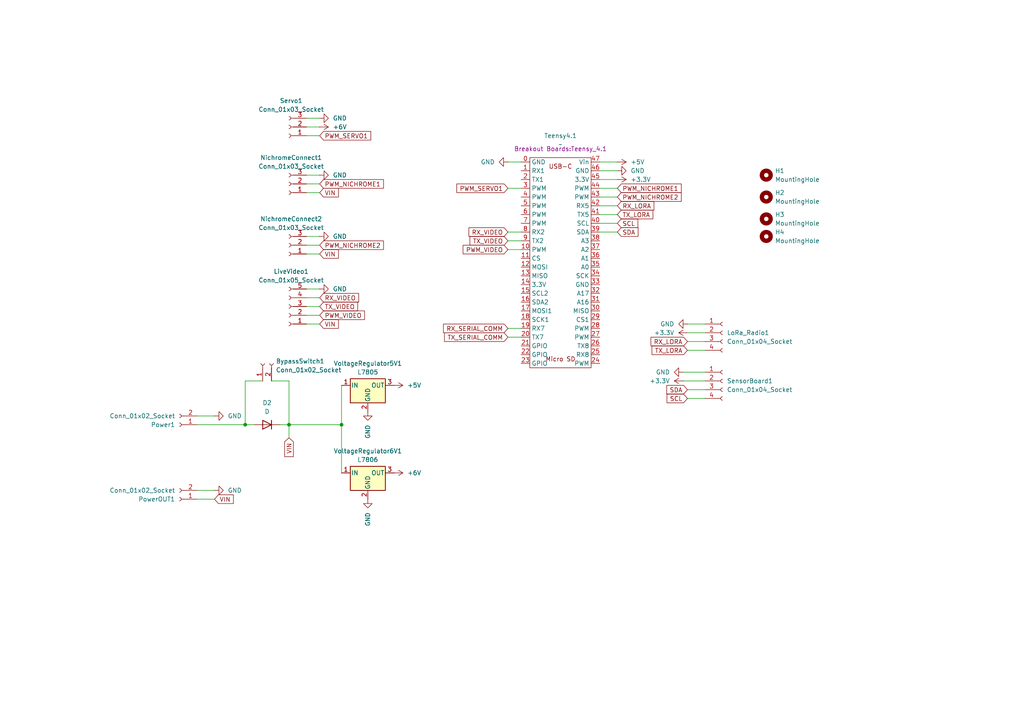
<source format=kicad_sch>
(kicad_sch (version 20250114) (generator "eeschema") (generator_version "9.0")
  (paper "A4")
  (lib_symbols
    (symbol "Breakout Boards:Teensy_4.1"
      (property "Reference" "Teensy4.1" (at 0 0 90))
      (property "Footprint" "Breakout Boards:Teensy_4.1" (at 0 0 0))
      (symbol "Teensy_4.1_0_1"
        (rectangle (start -8.89 30.48) (end 8.89 -30.48))
      )
      (symbol "Teensy_4.1_1_1"
        (text "USB-C" (at 0 27.94 0) (effects (font (size 1.27 1.27))))
        (text "Micro SD" (at 0 -27.94 0) (effects (font (size 1.27 1.27))))
        (pin input line (at -11.43 29.21 0) (length 2.54) (name "GND") (number "0"))
        (pin input line (at -11.43 26.67 0) (length 2.54) (name "RX1") (number "1"))
        (pin input line (at -11.43 24.13 0) (length 2.54) (name "TX1") (number "2"))
        (pin input line (at -11.43 21.59 0) (length 2.54) (name "PWM") (number "3"))
        (pin input line (at -11.43 19.05 0) (length 2.54) (name "PWM") (number "4"))
        (pin input line (at -11.43 16.51 0) (length 2.54) (name "PWM") (number "5"))
        (pin input line (at -11.43 13.97 0) (length 2.54) (name "PWM") (number "6"))
        (pin input line (at -11.43 11.43 0) (length 2.54) (name "PWM") (number "7"))
        (pin input line (at -11.43 8.89 0) (length 2.54) (name "RX2") (number "8"))
        (pin input line (at -11.43 6.35 0) (length 2.54) (name "TX2") (number "9"))
        (pin input line (at -11.43 3.81 0) (length 2.54) (name "PWM") (number "10"))
        (pin input line (at -11.43 1.27 0) (length 2.54) (name "CS") (number "11"))
        (pin input line (at -11.43 -1.27 0) (length 2.54) (name "MOSI") (number "12"))
        (pin input line (at -11.43 -3.81 0) (length 2.54) (name "MISO") (number "13"))
        (pin input line (at -11.43 -6.35 0) (length 2.54) (name "3.3V") (number "14"))
        (pin input line (at -11.43 -8.89 0) (length 2.54) (name "SCL2") (number "15"))
        (pin input line (at -11.43 -11.43 0) (length 2.54) (name "SDA2") (number "16"))
        (pin input line (at -11.43 -13.97 0) (length 2.54) (name "MOSI1") (number "17"))
        (pin input line (at -11.43 -16.51 0) (length 2.54) (name "SCK1") (number "18"))
        (pin input line (at -11.43 -19.05 0) (length 2.54) (name "RX7") (number "19"))
        (pin input line (at -11.43 -21.59 0) (length 2.54) (name "TX7") (number "20"))
        (pin input line (at -11.43 -24.13 0) (length 2.54) (name "GPIO") (number "21"))
        (pin input line (at -11.43 -26.67 0) (length 2.54) (name "GPIO") (number "22"))
        (pin input line (at -11.43 -29.21 0) (length 2.54) (name "GPIO") (number "23"))
        (pin input line (at 11.43 29.21 180) (length 2.54) (name "Vin") (number "47"))
        (pin input line (at 11.43 26.67 180) (length 2.54) (name "GND") (number "46"))
        (pin input line (at 11.43 24.13 180) (length 2.54) (name "3.3V") (number "45"))
        (pin input line (at 11.43 21.59 180) (length 2.54) (name "PWM") (number "44"))
        (pin input line (at 11.43 19.05 180) (length 2.54) (name "PWM") (number "43"))
        (pin input line (at 11.43 16.51 180) (length 2.54) (name "RX5") (number "42"))
        (pin input line (at 11.43 13.97 180) (length 2.54) (name "TX5") (number "41"))
        (pin input line (at 11.43 11.43 180) (length 2.54) (name "SCL") (number "40"))
        (pin input line (at 11.43 8.89 180) (length 2.54) (name "SDA") (number "39"))
        (pin input line (at 11.43 6.35 180) (length 2.54) (name "A3") (number "38"))
        (pin input line (at 11.43 3.81 180) (length 2.54) (name "A2") (number "37"))
        (pin input line (at 11.43 1.27 180) (length 2.54) (name "A1") (number "36"))
        (pin input line (at 11.43 -1.27 180) (length 2.54) (name "A0") (number "35"))
        (pin input line (at 11.43 -3.81 180) (length 2.54) (name "SCK") (number "34"))
        (pin input line (at 11.43 -6.35 180) (length 2.54) (name "GND") (number "33"))
        (pin input line (at 11.43 -8.89 180) (length 2.54) (name "A17") (number "32"))
        (pin input line (at 11.43 -11.43 180) (length 2.54) (name "A16") (number "31"))
        (pin input line (at 11.43 -13.97 180) (length 2.54) (name "MISO") (number "30"))
        (pin input line (at 11.43 -16.51 180) (length 2.54) (name "CS1") (number "29"))
        (pin input line (at 11.43 -19.05 180) (length 2.54) (name "PWM") (number "28"))
        (pin input line (at 11.43 -21.59 180) (length 2.54) (name "PWM") (number "27"))
        (pin input line (at 11.43 -24.13 180) (length 2.54) (name "TX8") (number "26"))
        (pin input line (at 11.43 -26.67 180) (length 2.54) (name "RX8") (number "25"))
        (pin input line (at 11.43 -29.21 180) (length 2.54) (name "PWM") (number "24"))
      )
    )
    (symbol "Connector:Conn_01x02_Socket" (pin_names (offset 1.016) (hide yes))
      (property "Reference" "J" (at 0 2.54 0))
      (property "Value" "Conn_01x02_Socket" (at 0 -5.08 0))
      (symbol "Conn_01x02_Socket_1_1"
        (polyline (pts (xy -1.27 0) (xy -0.508 0)) (stroke (width 0.1524)))
        (polyline (pts (xy -1.27 -2.54) (xy -0.508 -2.54)) (stroke (width 0.1524)))
        (arc (start 0 -0.508) (mid -0.5058 0) (end 0 0.508) (stroke (width 0.1524)))
        (arc (start 0 -3.048) (mid -0.5058 -2.54) (end 0 -2.032) (stroke (width 0.1524)))
        (pin passive line (at -5.08 0 0) (length 3.81) (name "Pin_1") (number "1"))
        (pin passive line (at -5.08 -2.54 0) (length 3.81) (name "Pin_2") (number "2"))
      )
    )
    (symbol "Connector:Conn_01x03_Socket" (pin_names (offset 1.016) (hide yes))
      (property "Reference" "J" (at 0 5.08 0))
      (property "Value" "Conn_01x03_Socket" (at 0 -5.08 0))
      (symbol "Conn_01x03_Socket_1_1"
        (polyline (pts (xy -1.27 2.54) (xy -0.508 2.54)) (stroke (width 0.1524)))
        (polyline (pts (xy -1.27 0) (xy -0.508 0)) (stroke (width 0.1524)))
        (polyline (pts (xy -1.27 -2.54) (xy -0.508 -2.54)) (stroke (width 0.1524)))
        (arc (start 0 2.032) (mid -0.5058 2.54) (end 0 3.048) (stroke (width 0.1524)))
        (arc (start 0 -0.508) (mid -0.5058 0) (end 0 0.508) (stroke (width 0.1524)))
        (arc (start 0 -3.048) (mid -0.5058 -2.54) (end 0 -2.032) (stroke (width 0.1524)))
        (pin passive line (at -5.08 2.54 0) (length 3.81) (name "Pin_1") (number "1"))
        (pin passive line (at -5.08 0 0) (length 3.81) (name "Pin_2") (number "2"))
        (pin passive line (at -5.08 -2.54 0) (length 3.81) (name "Pin_3") (number "3"))
      )
    )
    (symbol "Connector:Conn_01x04_Socket" (pin_names (offset 1.016) (hide yes))
      (property "Reference" "J" (at 0 5.08 0))
      (property "Value" "Conn_01x04_Socket" (at 0 -7.62 0))
      (symbol "Conn_01x04_Socket_1_1"
        (polyline (pts (xy -1.27 2.54) (xy -0.508 2.54)) (stroke (width 0.1524)))
        (polyline (pts (xy -1.27 0) (xy -0.508 0)) (stroke (width 0.1524)))
        (polyline (pts (xy -1.27 -2.54) (xy -0.508 -2.54)) (stroke (width 0.1524)))
        (polyline (pts (xy -1.27 -5.08) (xy -0.508 -5.08)) (stroke (width 0.1524)))
        (arc (start 0 2.032) (mid -0.5058 2.54) (end 0 3.048) (stroke (width 0.1524)))
        (arc (start 0 -0.508) (mid -0.5058 0) (end 0 0.508) (stroke (width 0.1524)))
        (arc (start 0 -3.048) (mid -0.5058 -2.54) (end 0 -2.032) (stroke (width 0.1524)))
        (arc (start 0 -5.588) (mid -0.5058 -5.08) (end 0 -4.572) (stroke (width 0.1524)))
        (pin passive line (at -5.08 2.54 0) (length 3.81) (name "Pin_1") (number "1"))
        (pin passive line (at -5.08 0 0) (length 3.81) (name "Pin_2") (number "2"))
        (pin passive line (at -5.08 -2.54 0) (length 3.81) (name "Pin_3") (number "3"))
        (pin passive line (at -5.08 -5.08 0) (length 3.81) (name "Pin_4") (number "4"))
      )
    )
    (symbol "Connector:Conn_01x05_Socket" (pin_names (offset 1.016) (hide yes))
      (property "Reference" "J" (at 0 7.62 0))
      (property "Value" "Conn_01x05_Socket" (at 0 -7.62 0))
      (symbol "Conn_01x05_Socket_1_1"
        (polyline (pts (xy -1.27 5.08) (xy -0.508 5.08)) (stroke (width 0.1524)))
        (polyline (pts (xy -1.27 2.54) (xy -0.508 2.54)) (stroke (width 0.1524)))
        (polyline (pts (xy -1.27 0) (xy -0.508 0)) (stroke (width 0.1524)))
        (polyline (pts (xy -1.27 -2.54) (xy -0.508 -2.54)) (stroke (width 0.1524)))
        (polyline (pts (xy -1.27 -5.08) (xy -0.508 -5.08)) (stroke (width 0.1524)))
        (arc (start 0 4.572) (mid -0.5058 5.08) (end 0 5.588) (stroke (width 0.1524)))
        (arc (start 0 2.032) (mid -0.5058 2.54) (end 0 3.048) (stroke (width 0.1524)))
        (arc (start 0 -0.508) (mid -0.5058 0) (end 0 0.508) (stroke (width 0.1524)))
        (arc (start 0 -3.048) (mid -0.5058 -2.54) (end 0 -2.032) (stroke (width 0.1524)))
        (arc (start 0 -5.588) (mid -0.5058 -5.08) (end 0 -4.572) (stroke (width 0.1524)))
        (pin passive line (at -5.08 5.08 0) (length 3.81) (name "Pin_1") (number "1"))
        (pin passive line (at -5.08 2.54 0) (length 3.81) (name "Pin_2") (number "2"))
        (pin passive line (at -5.08 0 0) (length 3.81) (name "Pin_3") (number "3"))
        (pin passive line (at -5.08 -2.54 0) (length 3.81) (name "Pin_4") (number "4"))
        (pin passive line (at -5.08 -5.08 0) (length 3.81) (name "Pin_5") (number "5"))
      )
    )
    (symbol "Device:D" (pin_numbers (hide yes)) (pin_names (offset 1.016) (hide yes))
      (property "Reference" "D" (at 0 2.54 0))
      (property "Value" "D" (at 0 -2.54 0))
      (symbol "D_0_1"
        (polyline (pts (xy -1.27 1.27) (xy -1.27 -1.27)) (stroke (width 0.254)))
        (polyline (pts (xy 1.27 1.27) (xy 1.27 -1.27) (xy -1.27 0) (xy 1.27 1.27)) (stroke (width 0.254)))
        (polyline (pts (xy 1.27 0) (xy -1.27 0)))
      )
      (symbol "D_1_1"
        (pin passive line (at -3.81 0 0) (length 2.54) (name "K") (number "1"))
        (pin passive line (at 3.81 0 180) (length 2.54) (name "A") (number "2"))
      )
    )
    (symbol "Mechanical:MountingHole" (pin_names (offset 1.016)) (exclude_from_sim yes) (in_bom no)
      (property "Reference" "H" (at 0 5.08 0))
      (property "Value" "MountingHole" (at 0 3.175 0))
      (symbol "MountingHole_0_1"
        (circle (center 0 0) (radius 1.27) (stroke (width 1.27)))
      )
    )
    (symbol "Regulator_Linear:L7805" (pin_names (offset 0.254))
      (property "Reference" "U" (at -3.81 3.175 0))
      (property "Value" "L7805" (at 0 3.175 0))
      (symbol "L7805_0_1"
        (rectangle (start -5.08 1.905) (end 5.08 -5.08) (stroke (width 0.254)) (fill (type background)))
      )
      (symbol "L7805_1_1"
        (pin power_in line (at -7.62 0 0) (length 2.54) (name "IN") (number "1"))
        (pin power_in line (at 0 -7.62 90) (length 2.54) (name "GND") (number "2"))
        (pin power_out line (at 7.62 0 180) (length 2.54) (name "OUT") (number "3"))
      )
    )
    (symbol "Regulator_Linear:L7806" (pin_names (offset 0.254))
      (property "Reference" "U" (at -3.81 3.175 0))
      (property "Value" "L7806" (at 0 3.175 0))
      (symbol "L7806_0_1"
        (rectangle (start -5.08 1.905) (end 5.08 -5.08) (stroke (width 0.254)) (fill (type background)))
      )
      (symbol "L7806_1_1"
        (pin power_in line (at -7.62 0 0) (length 2.54) (name "IN") (number "1"))
        (pin power_in line (at 0 -7.62 90) (length 2.54) (name "GND") (number "2"))
        (pin power_out line (at 7.62 0 180) (length 2.54) (name "OUT") (number "3"))
      )
    )
    (symbol "power:+3.3V" (power) (pin_numbers (hide yes)) (pin_names (offset 0) (hide yes))
      (property "Value" "+3.3V" (at 0 3.556 0))
      (symbol "+3.3V_0_1"
        (polyline (pts (xy -0.762 1.27) (xy 0 2.54)))
        (polyline (pts (xy 0 2.54) (xy 0.762 1.27)))
        (polyline (pts (xy 0 0) (xy 0 2.54)))
      )
      (symbol "+3.3V_1_1"
        (pin power_in line (at 0 0 90) (length 0) (name "~") (number "1"))
      )
    )
    (symbol "power:+5V" (power) (pin_numbers (hide yes)) (pin_names (offset 0) (hide yes))
      (property "Value" "+5V" (at 0 3.556 0))
      (symbol "+5V_0_1"
        (polyline (pts (xy -0.762 1.27) (xy 0 2.54)))
        (polyline (pts (xy 0 2.54) (xy 0.762 1.27)))
        (polyline (pts (xy 0 0) (xy 0 2.54)))
      )
      (symbol "+5V_1_1"
        (pin power_in line (at 0 0 90) (length 0) (name "~") (number "1"))
      )
    )
    (symbol "power:+6V" (power) (pin_numbers (hide yes)) (pin_names (offset 0) (hide yes))
      (property "Value" "+6V" (at 0 3.556 0))
      (symbol "+6V_0_1"
        (polyline (pts (xy -0.762 1.27) (xy 0 2.54)))
        (polyline (pts (xy 0 2.54) (xy 0.762 1.27)))
        (polyline (pts (xy 0 0) (xy 0 2.54)))
      )
      (symbol "+6V_1_1"
        (pin power_in line (at 0 0 90) (length 0) (name "~") (number "1"))
      )
    )
    (symbol "power:GND" (power) (pin_numbers (hide yes)) (pin_names (offset 0) (hide yes))
      (property "Value" "GND" (at 0 -3.81 0))
      (symbol "GND_0_1"
        (polyline (pts (xy 0 0) (xy 0 -1.27) (xy 1.27 -1.27) (xy 0 -2.54) (xy -1.27 -1.27) (xy 0 -1.27)))
      )
      (symbol "GND_1_1"
        (pin power_in line (at 0 0 270) (length 0) (name "~") (number "1"))
      )
    )
  )
  (junction (at 99.06 123.19))
  (junction (at 71.12 123.19))
  (junction (at 83.82 123.19))
  (wire (pts (xy 198.12 107.95) (xy 204.47 107.95)))
  (wire (pts (xy 179.07 62.23) (xy 173.99 62.23)))
  (wire (pts (xy 92.71 50.8) (xy 88.9 50.8)))
  (wire (pts (xy 83.82 110.49) (xy 83.82 123.19)))
  (wire (pts (xy 81.28 123.19) (xy 83.82 123.19)))
  (wire (pts (xy 62.23 142.24) (xy 57.15 142.24)))
  (wire (pts (xy 92.71 55.88) (xy 88.9 55.88)))
  (wire (pts (xy 92.71 73.66) (xy 88.9 73.66)))
  (wire (pts (xy 179.07 54.61) (xy 173.99 54.61)))
  (wire (pts (xy 179.07 49.53) (xy 173.99 49.53)))
  (wire (pts (xy 199.39 101.6) (xy 204.47 101.6)))
  (wire (pts (xy 199.39 113.03) (xy 204.47 113.03)))
  (wire (pts (xy 199.39 96.52) (xy 204.47 96.52)))
  (wire (pts (xy 92.71 86.36) (xy 88.9 86.36)))
  (wire (pts (xy 147.32 67.31) (xy 151.13 67.31)))
  (wire (pts (xy 71.12 123.19) (xy 71.12 110.49)))
  (wire (pts (xy 92.71 68.58) (xy 88.9 68.58)))
  (wire (pts (xy 147.32 54.61) (xy 151.13 54.61)))
  (wire (pts (xy 92.71 91.44) (xy 88.9 91.44)))
  (wire (pts (xy 92.71 71.12) (xy 88.9 71.12)))
  (wire (pts (xy 92.71 34.29) (xy 88.9 34.29)))
  (wire (pts (xy 92.71 36.83) (xy 88.9 36.83)))
  (wire (pts (xy 179.07 67.31) (xy 173.99 67.31)))
  (wire (pts (xy 92.71 88.9) (xy 88.9 88.9)))
  (wire (pts (xy 179.07 64.77) (xy 173.99 64.77)))
  (wire (pts (xy 199.39 99.06) (xy 204.47 99.06)))
  (wire (pts (xy 71.12 110.49) (xy 76.2 110.49)))
  (wire (pts (xy 92.71 53.34) (xy 88.9 53.34)))
  (wire (pts (xy 147.32 69.85) (xy 151.13 69.85)))
  (wire (pts (xy 83.82 123.19) (xy 99.06 123.19)))
  (wire (pts (xy 199.39 93.98) (xy 204.47 93.98)))
  (wire (pts (xy 99.06 111.76) (xy 99.06 123.19)))
  (wire (pts (xy 71.12 123.19) (xy 73.66 123.19)))
  (wire (pts (xy 92.71 39.37) (xy 88.9 39.37)))
  (wire (pts (xy 92.71 83.82) (xy 88.9 83.82)))
  (wire (pts (xy 179.07 46.99) (xy 173.99 46.99)))
  (wire (pts (xy 198.12 110.49) (xy 204.47 110.49)))
  (wire (pts (xy 57.15 123.19) (xy 71.12 123.19)))
  (wire (pts (xy 147.32 46.99) (xy 151.13 46.99)))
  (wire (pts (xy 62.23 144.78) (xy 57.15 144.78)))
  (wire (pts (xy 179.07 57.15) (xy 173.99 57.15)))
  (wire (pts (xy 99.06 123.19) (xy 99.06 137.16)))
  (wire (pts (xy 92.71 93.98) (xy 88.9 93.98)))
  (wire (pts (xy 147.32 97.79) (xy 151.13 97.79)))
  (wire (pts (xy 179.07 52.07) (xy 173.99 52.07)))
  (wire (pts (xy 199.39 115.57) (xy 204.47 115.57)))
  (wire (pts (xy 83.82 127) (xy 83.82 123.19)))
  (wire (pts (xy 78.74 110.49) (xy 83.82 110.49)))
  (wire (pts (xy 57.15 120.65) (xy 62.23 120.65)))
  (wire (pts (xy 147.32 72.39) (xy 151.13 72.39)))
  (wire (pts (xy 179.07 59.69) (xy 173.99 59.69)))
  (wire (pts (xy 147.32 95.25) (xy 151.13 95.25)))
  (global_label "VIN" (shape input) (at 83.82 127 270) (property "Intersheetrefs" "${INTERSHEET_REFS}" (effects (hide yes))))
  (global_label "RX_LORA" (shape input) (at 199.39 99.06 180) (property "Intersheetrefs" "${INTERSHEET_REFS}" (effects (hide yes))))
  (global_label "VIN" (shape input) (at 92.71 73.66 0) (property "Intersheetrefs" "${INTERSHEET_REFS}" (effects (hide yes))))
  (global_label "SDA" (shape input) (at 179.07 67.31 0) (property "Intersheetrefs" "${INTERSHEET_REFS}" (effects (hide yes))))
  (global_label "RX_VIDEO" (shape input) (at 92.71 86.36 0) (property "Intersheetrefs" "${INTERSHEET_REFS}" (effects (hide yes))))
  (global_label "SDA" (shape input) (at 199.39 113.03 180) (property "Intersheetrefs" "${INTERSHEET_REFS}" (effects (hide yes))))
  (global_label "SCL" (shape input) (at 179.07 64.77 0) (property "Intersheetrefs" "${INTERSHEET_REFS}" (effects (hide yes))))
  (global_label "TX_LORA" (shape input) (at 199.39 101.6 180) (property "Intersheetrefs" "${INTERSHEET_REFS}" (effects (hide yes))))
  (global_label "VIN" (shape input) (at 92.71 93.98 0) (property "Intersheetrefs" "${INTERSHEET_REFS}" (effects (hide yes))))
  (global_label "TX_VIDEO" (shape input) (at 147.32 69.85 180) (property "Intersheetrefs" "${INTERSHEET_REFS}" (effects (hide yes))))
  (global_label "PWM_VIDEO" (shape input) (at 147.32 72.39 180) (property "Intersheetrefs" "${INTERSHEET_REFS}" (effects (hide yes))))
  (global_label "PWM_NICHROME1" (shape input) (at 92.71 53.34 0) (property "Intersheetrefs" "${INTERSHEET_REFS}" (effects (hide yes))))
  (global_label "TX_VIDEO" (shape input) (at 92.71 88.9 0) (property "Intersheetrefs" "${INTERSHEET_REFS}" (effects (hide yes))))
  (global_label "RX_LORA" (shape input) (at 179.07 59.69 0) (property "Intersheetrefs" "${INTERSHEET_REFS}" (effects (hide yes))))
  (global_label "TX_LORA" (shape input) (at 179.07 62.23 0) (property "Intersheetrefs" "${INTERSHEET_REFS}" (effects (hide yes))))
  (global_label "VIN" (shape input) (at 92.71 55.88 0) (property "Intersheetrefs" "${INTERSHEET_REFS}" (effects (hide yes))))
  (global_label "PWM_SERVO1" (shape input) (at 147.32 54.61 180) (property "Intersheetrefs" "${INTERSHEET_REFS}" (effects (hide yes))))
  (global_label "PWM_VIDEO" (shape input) (at 92.71 91.44 0) (property "Intersheetrefs" "${INTERSHEET_REFS}" (effects (hide yes))))
  (global_label "SCL" (shape input) (at 199.39 115.57 180) (property "Intersheetrefs" "${INTERSHEET_REFS}" (effects (hide yes))))
  (global_label "TX_SERIAL_COMM" (shape input) (at 147.32 97.79 180) (property "Intersheetrefs" "${INTERSHEET_REFS}" (effects (hide yes))))
  (global_label "PWM_NICHROME1" (shape input) (at 179.07 54.61 0) (property "Intersheetrefs" "${INTERSHEET_REFS}" (effects (hide yes))))
  (global_label "RX_SERIAL_COMM" (shape input) (at 147.32 95.25 180) (property "Intersheetrefs" "${INTERSHEET_REFS}" (effects (hide yes))))
  (global_label "VIN" (shape input) (at 62.23 144.78 0) (property "Intersheetrefs" "${INTERSHEET_REFS}" (effects (hide yes))))
  (global_label "PWM_NICHROME2" (shape input) (at 179.07 57.15 0) (property "Intersheetrefs" "${INTERSHEET_REFS}" (effects (hide yes))))
  (global_label "PWM_SERVO1" (shape input) (at 92.71 39.37 0) (property "Intersheetrefs" "${INTERSHEET_REFS}" (effects (hide yes))))
  (global_label "RX_VIDEO" (shape input) (at 147.32 67.31 180) (property "Intersheetrefs" "${INTERSHEET_REFS}" (effects (hide yes))))
  (global_label "PWM_NICHROME2" (shape input) (at 92.71 71.12 0) (property "Intersheetrefs" "${INTERSHEET_REFS}" (effects (hide yes))))
  (symbol (lib_id "Mechanical:MountingHole") (at 222.25 50.8 0) (unit 1)
    (property "Reference" "H1" (at 224.79 49.5299 0) (effects (justify left)))
    (property "Value" "MountingHole" (at 224.79 52.0699 0) (effects (justify left)))
    (property "Footprint" "MountingHole:MountingHole_3.2mm_M3" (effects (hide yes)))
  )
  (symbol (lib_id "power:GND") (at 198.12 107.95 270) (unit 1)
    (property "Reference" "#PWR021" (effects (hide yes)))
    (property "Value" "GND" (at 194.31 107.9499 90) (effects (justify right)))
    (property "Description" "Power symbol creates a global label with name \"GND\" , ground" (effects (hide yes)))
  )
  (symbol (lib_id "power:GND") (at 106.68 144.78 0) (unit 1)
    (property "Reference" "#PWR013" (effects (hide yes)))
    (property "Value" "GND" (at 106.6801 148.59 90) (effects (justify right)))
    (property "Description" "Power symbol creates a global label with name \"GND\" , ground" (effects (hide yes)))
  )
  (symbol (lib_id "power:GND") (at 62.23 120.65 90) (unit 1)
    (property "Reference" "#PWR06" (effects (hide yes)))
    (property "Value" "GND" (at 66.04 120.6499 90) (effects (justify right)))
    (property "Description" "Power symbol creates a global label with name \"GND\" , ground" (effects (hide yes)))
  )
  (symbol (lib_id "Mechanical:MountingHole") (at 222.25 68.58 0) (unit 1)
    (property "Reference" "H4" (at 224.79 67.3099 0) (effects (justify left)))
    (property "Value" "MountingHole" (at 224.79 69.8499 0) (effects (justify left)))
    (property "Footprint" "MountingHole:MountingHole_3.2mm_M3" (effects (hide yes)))
  )
  (symbol (lib_id "Connector:Conn_01x02_Socket") (at 76.2 105.41 90) (unit 1)
    (property "Reference" "BypassSwitch1" (at 80.01 104.7749 90) (effects (justify right)))
    (property "Value" "Conn_01x02_Socket" (at 80.01 107.3149 90) (effects (justify right)))
    (property "Footprint" "Connector_JST:JST_XH_B2B-XH-A_1x02_P2.50mm_Vertical" (effects (hide yes)))
    (property "Description" "Generic connector, single row, 01x02, script generated" (effects (hide yes)))
  )
  (symbol (lib_id "Mechanical:MountingHole") (at 222.25 57.15 0) (unit 1)
    (property "Reference" "H2" (at 224.79 55.8799 0) (effects (justify left)))
    (property "Value" "MountingHole" (at 224.79 58.4199 0) (effects (justify left)))
    (property "Footprint" "MountingHole:MountingHole_3.2mm_M3" (effects (hide yes)))
  )
  (symbol (lib_id "power:+3.3V") (at 179.07 52.07 270) (unit 1)
    (property "Reference" "#PWR019" (effects (hide yes)))
    (property "Value" "+3.3V" (at 182.88 52.0699 90) (effects (justify left)))
    (property "Description" "Power symbol creates a global label with name \"+3.3V\"" (effects (hide yes)))
  )
  (symbol (lib_id "power:GND") (at 62.23 142.24 90) (unit 1)
    (property "Reference" "#PWR011" (effects (hide yes)))
    (property "Value" "GND" (at 66.04 142.2399 90) (effects (justify right)))
    (property "Description" "Power symbol creates a global label with name \"GND\" , ground" (effects (hide yes)))
  )
  (symbol (lib_id "Connector:Conn_01x02_Socket") (at 52.07 144.78 180) (unit 1)
    (property "Reference" "PowerOUT1" (at 50.8 144.7801 0) (effects (justify left)))
    (property "Value" "Conn_01x02_Socket" (at 50.8 142.2401 0) (effects (justify left)))
    (property "Footprint" "Connector_JST:JST_XH_B2B-XH-A_1x02_P2.50mm_Vertical" (effects (hide yes)))
    (property "Description" "Generic connector, single row, 01x02, script generated" (effects (hide yes)))
  )
  (symbol (lib_id "power:+5V") (at 114.3 111.76 270) (unit 1)
    (property "Reference" "#PWR014" (effects (hide yes)))
    (property "Value" "+5V" (at 118.11 111.7599 90) (effects (justify left)))
    (property "Description" "Power symbol creates a global label with name \"+5V\"" (effects (hide yes)))
  )
  (symbol (lib_id "power:+6V") (at 114.3 137.16 270) (unit 1)
    (property "Reference" "#PWR015" (effects (hide yes)))
    (property "Value" "+6V" (at 118.11 137.1599 90) (effects (justify left)))
    (property "Description" "Power symbol creates a global label with name \"+6V\"" (effects (hide yes)))
  )
  (symbol (lib_id "Breakout Boards:Teensy_4.1") (at 162.56 76.2 0) (unit 1)
    (property "Reference" "Teensy4.1" (at 162.56 39.37 0))
    (property "Value" "~" (at 162.56 41.91 0))
    (property "Footprint" "Breakout Boards:Teensy_4.1" (at 162.56 43.18 0))
  )
  (symbol (lib_id "power:+3.3V") (at 199.39 96.52 90) (unit 1)
    (property "Reference" "#PWR023" (effects (hide yes)))
    (property "Value" "+3.3V" (at 195.58 96.5199 90) (effects (justify left)))
    (property "Description" "Power symbol creates a global label with name \"+3.3V\"" (effects (hide yes)))
  )
  (symbol (lib_id "power:GND") (at 92.71 83.82 90) (unit 1)
    (property "Reference" "#PWR017" (effects (hide yes)))
    (property "Value" "GND" (at 96.52 83.8199 90) (effects (justify right)))
    (property "Description" "Power symbol creates a global label with name \"GND\" , ground" (effects (hide yes)))
  )
  (symbol (lib_id "power:+3.3V") (at 198.12 110.49 90) (unit 1)
    (property "Reference" "#PWR020" (effects (hide yes)))
    (property "Value" "+3.3V" (at 194.31 110.4899 90) (effects (justify left)))
    (property "Description" "Power symbol creates a global label with name \"+3.3V\"" (effects (hide yes)))
  )
  (symbol (lib_id "Connector:Conn_01x04_Socket") (at 209.55 96.52 0) (unit 1)
    (property "Reference" "LoRa_Radio1" (at 210.82 96.5199 0) (effects (justify left)))
    (property "Value" "Conn_01x04_Socket" (at 210.82 99.0599 0) (effects (justify left)))
    (property "Footprint" "Connector_JST:JST_XH_B4B-XH-A_1x04_P2.50mm_Vertical" (effects (hide yes)))
    (property "Description" "Generic connector, single row, 01x04, script generated" (effects (hide yes)))
  )
  (symbol (lib_id "power:GND") (at 92.71 68.58 90) (unit 1)
    (property "Reference" "#PWR01" (effects (hide yes)))
    (property "Value" "GND" (at 96.52 68.5799 90) (effects (justify right)))
    (property "Description" "Power symbol creates a global label with name \"GND\" , ground" (effects (hide yes)))
  )
  (symbol (lib_id "Mechanical:MountingHole") (at 222.25 63.5 0) (unit 1)
    (property "Reference" "H3" (at 224.79 62.2299 0) (effects (justify left)))
    (property "Value" "MountingHole" (at 224.79 64.7699 0) (effects (justify left)))
    (property "Footprint" "MountingHole:MountingHole_3.2mm_M3" (effects (hide yes)))
  )
  (symbol (lib_id "Connector:Conn_01x03_Socket") (at 83.82 36.83 180) (unit 1)
    (property "Reference" "Servo1" (at 84.455 29.21 0))
    (property "Value" "Conn_01x03_Socket" (at 84.455 31.75 0))
    (property "Footprint" "Connector_JST:JST_XH_B3B-XH-A_1x03_P2.50mm_Vertical" (effects (hide yes)))
    (property "Description" "Generic connector, single row, 01x03, script generated" (effects (hide yes)))
  )
  (symbol (lib_id "Connector:Conn_01x02_Socket") (at 52.07 123.19 180) (unit 1)
    (property "Reference" "Power1" (at 50.8 123.1901 0) (effects (justify left)))
    (property "Value" "Conn_01x02_Socket" (at 50.8 120.6501 0) (effects (justify left)))
    (property "Footprint" "Connector_JST:JST_XH_B2B-XH-A_1x02_P2.50mm_Vertical" (effects (hide yes)))
    (property "Description" "Generic connector, single row, 01x02, script generated" (effects (hide yes)))
  )
  (symbol (lib_id "Connector:Conn_01x04_Socket") (at 209.55 110.49 0) (unit 1)
    (property "Reference" "SensorBoard1" (at 210.82 110.4899 0) (effects (justify left)))
    (property "Value" "Conn_01x04_Socket" (at 210.82 113.0299 0) (effects (justify left)))
    (property "Footprint" "Connector_JST:JST_XH_B4B-XH-A_1x04_P2.50mm_Vertical" (effects (hide yes)))
    (property "Description" "Generic connector, single row, 01x04, script generated" (effects (hide yes)))
  )
  (symbol (lib_id "power:GND") (at 106.68 119.38 0) (unit 1)
    (property "Reference" "#PWR012" (effects (hide yes)))
    (property "Value" "GND" (at 106.6801 123.19 90) (effects (justify right)))
    (property "Description" "Power symbol creates a global label with name \"GND\" , ground" (effects (hide yes)))
  )
  (symbol (lib_id "Regulator_Linear:L7805") (at 106.68 111.76 0) (unit 1)
    (property "Reference" "VoltageRegulator5V1" (at 106.68 105.41 0))
    (property "Value" "L7805" (at 106.68 107.95 0))
    (property "Footprint" "Package_TO_SOT_THT:TO-220-3_Vertical" (effects (hide yes)))
    (property "Datasheet" "http://www.st.com/content/ccc/resource/technical/document/datasheet/41/4f/b3/b0/12/d4/47/88/CD00000444.pdf/files/CD00000444.pdf/jcr:content/translations/en.CD00000444.pdf" (effects (hide yes)))
    (property "Description" "Positive 1.5A 35V Linear Regulator, Fixed Output 5V, TO-220/TO-263/TO-252" (effects (hide yes)))
  )
  (symbol (lib_id "power:+5V") (at 179.07 46.99 270) (unit 1)
    (property "Reference" "#PWR016" (effects (hide yes)))
    (property "Value" "+5V" (at 182.88 46.9899 90) (effects (justify left)))
    (property "Description" "Power symbol creates a global label with name \"+5V\"" (effects (hide yes)))
  )
  (symbol (lib_id "power:GND") (at 179.07 49.53 90) (unit 1)
    (property "Reference" "#PWR018" (effects (hide yes)))
    (property "Value" "GND" (at 182.88 49.5299 90) (effects (justify right)))
    (property "Description" "Power symbol creates a global label with name \"GND\" , ground" (effects (hide yes)))
  )
  (symbol (lib_id "Device:D") (at 77.47 123.19 180) (unit 1)
    (property "Reference" "D2" (at 77.47 116.84 0))
    (property "Value" "D" (at 77.47 119.38 0))
    (property "Footprint" "Package_TO_SOT_THT:TO-220-2_Vertical" (effects (hide yes)))
    (property "Description" "Diode" (effects (hide yes)))
    (property "Sim.Device" "D" (effects (hide yes)))
    (property "Sim.Pins" "1=K 2=A" (effects (hide yes)))
  )
  (symbol (lib_id "Connector:Conn_01x03_Socket") (at 83.82 71.12 180) (unit 1)
    (property "Reference" "NichromeConnect2" (at 84.455 63.5 0))
    (property "Value" "Conn_01x03_Socket" (at 84.455 66.04 0))
    (property "Footprint" "Connector_JST:JST_XH_B3B-XH-A_1x03_P2.50mm_Vertical" (effects (hide yes)))
    (property "Description" "Generic connector, single row, 01x03, script generated" (effects (hide yes)))
  )
  (symbol (lib_id "Connector:Conn_01x05_Socket") (at 83.82 88.9 180) (unit 1)
    (property "Reference" "LiveVideo1" (at 84.455 78.74 0))
    (property "Value" "Conn_01x05_Socket" (at 84.455 81.28 0))
    (property "Footprint" "Connector_JST:JST_XH_B5B-XH-A_1x05_P2.50mm_Vertical" (effects (hide yes)))
    (property "Description" "Generic connector, single row, 01x05, script generated" (effects (hide yes)))
  )
  (symbol (lib_id "power:+6V") (at 92.71 36.83 270) (unit 1)
    (property "Reference" "#PWR04" (effects (hide yes)))
    (property "Value" "+6V" (at 96.52 36.8299 90) (effects (justify left)))
    (property "Description" "Power symbol creates a global label with name \"+6V\"" (effects (hide yes)))
  )
  (symbol (lib_id "power:GND") (at 199.39 93.98 270) (unit 1)
    (property "Reference" "#PWR022" (effects (hide yes)))
    (property "Value" "GND" (at 195.58 93.9799 90) (effects (justify right)))
    (property "Description" "Power symbol creates a global label with name \"GND\" , ground" (effects (hide yes)))
  )
  (symbol (lib_id "power:GND") (at 92.71 50.8 90) (unit 1)
    (property "Reference" "#PWR03" (effects (hide yes)))
    (property "Value" "GND" (at 96.52 50.7999 90) (effects (justify right)))
    (property "Description" "Power symbol creates a global label with name \"GND\" , ground" (effects (hide yes)))
  )
  (symbol (lib_id "power:GND") (at 147.32 46.99 270) (unit 1)
    (property "Reference" "#PWR024" (effects (hide yes)))
    (property "Value" "GND" (at 143.51 46.9901 90) (effects (justify right)))
    (property "Description" "Power symbol creates a global label with name \"GND\" , ground" (effects (hide yes)))
  )
  (symbol (lib_id "power:GND") (at 92.71 34.29 90) (unit 1)
    (property "Reference" "#PWR02" (effects (hide yes)))
    (property "Value" "GND" (at 96.52 34.2899 90) (effects (justify right)))
    (property "Description" "Power symbol creates a global label with name \"GND\" , ground" (effects (hide yes)))
  )
  (symbol (lib_id "Regulator_Linear:L7806") (at 106.68 137.16 0) (unit 1)
    (property "Reference" "VoltageRegulator6V1" (at 106.68 130.81 0))
    (property "Value" "L7806" (at 106.68 133.35 0))
    (property "Footprint" "Package_TO_SOT_THT:TO-220-3_Vertical" (effects (hide yes)))
    (property "Datasheet" "http://www.st.com/content/ccc/resource/technical/document/datasheet/41/4f/b3/b0/12/d4/47/88/CD00000444.pdf/files/CD00000444.pdf/jcr:content/translations/en.CD00000444.pdf" (effects (hide yes)))
    (property "Description" "Positive 1.5A 35V Linear Regulator, Fixed Output 6V, TO-220/TO-263/TO-252" (effects (hide yes)))
  )
  (symbol (lib_id "Connector:Conn_01x03_Socket") (at 83.82 53.34 180) (unit 1)
    (property "Reference" "NichromeConnect1" (at 84.455 45.72 0))
    (property "Value" "Conn_01x03_Socket" (at 84.455 48.26 0))
    (property "Footprint" "Connector_JST:JST_XH_B3B-XH-A_1x03_P2.50mm_Vertical" (effects (hide yes)))
    (property "Description" "Generic connector, single row, 01x03, script generated" (effects (hide yes)))
  )
)
</source>
